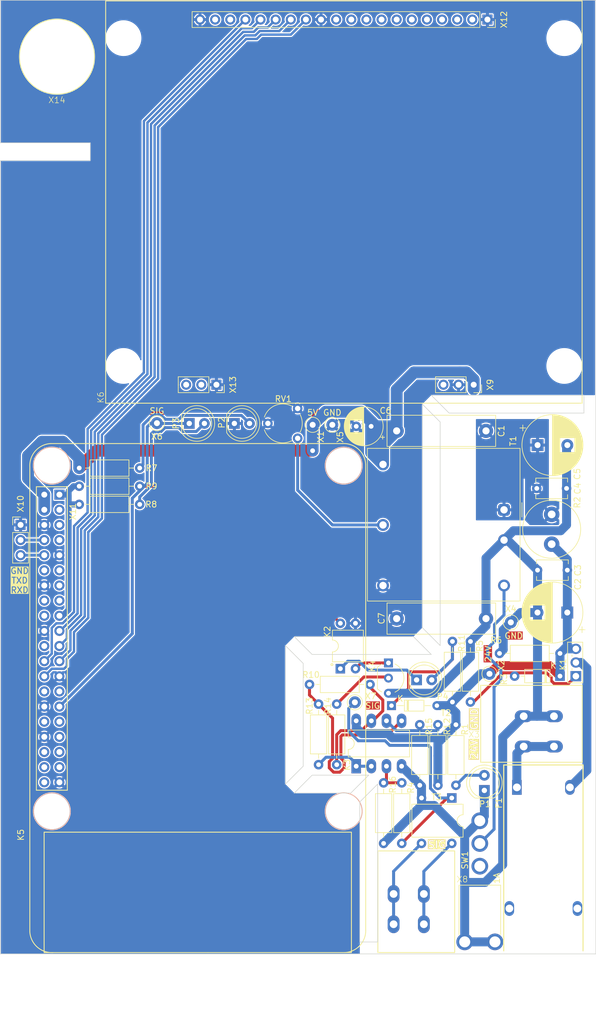
<source format=kicad_pcb>
(kicad_pcb (version 20221018) (generator pcbnew)

  (general
    (thickness 1.6)
  )

  (paper "A4" portrait)
  (title_block
    (title "LoRa-WAN\\nWind Power Control")
    (date "2023-10-20")
    (rev "1.0")
    (company "Hochschule Anhalt | University of Applied Sciences")
    (comment 1 "Power & Signal")
    (comment 2 "Tobias Müller, M.Eng.")
    (comment 3 "Tobias Müller, M.Eng.")
    (comment 4 "Schematic-Design")
    (comment 5 "work in progress")
    (comment 6 "EMW | ES-LAB")
    (comment 7 "DIN 40719-2, DIN EN 60664-1,\\nDIN EN 61010-1")
    (comment 8 "EN")
  )

  (layers
    (0 "F.Cu" signal)
    (31 "B.Cu" signal)
    (32 "B.Adhes" user "B.Adhesive")
    (33 "F.Adhes" user "F.Adhesive")
    (34 "B.Paste" user)
    (35 "F.Paste" user)
    (36 "B.SilkS" user "B.Silkscreen")
    (37 "F.SilkS" user "F.Silkscreen")
    (38 "B.Mask" user)
    (39 "F.Mask" user)
    (40 "Dwgs.User" user "User.Drawings")
    (41 "Cmts.User" user "User.Comments")
    (42 "Eco1.User" user "User.Eco1")
    (43 "Eco2.User" user "User.Eco2")
    (44 "Edge.Cuts" user)
    (45 "Margin" user)
    (46 "B.CrtYd" user "B.Courtyard")
    (47 "F.CrtYd" user "F.Courtyard")
    (48 "B.Fab" user)
    (49 "F.Fab" user)
    (50 "User.1" user)
    (51 "User.2" user)
    (52 "User.3" user)
    (53 "User.4" user)
    (54 "User.5" user)
    (55 "User.6" user)
    (56 "User.7" user)
    (57 "User.8" user)
    (58 "User.9" user)
  )

  (setup
    (pad_to_mask_clearance 0)
    (aux_axis_origin 59.64 219.99)
    (pcbplotparams
      (layerselection 0x00010fc_ffffffff)
      (plot_on_all_layers_selection 0x0000000_00000000)
      (disableapertmacros false)
      (usegerberextensions false)
      (usegerberattributes true)
      (usegerberadvancedattributes true)
      (creategerberjobfile true)
      (dashed_line_dash_ratio 12.000000)
      (dashed_line_gap_ratio 3.000000)
      (svgprecision 4)
      (plotframeref false)
      (viasonmask false)
      (mode 1)
      (useauxorigin false)
      (hpglpennumber 1)
      (hpglpenspeed 20)
      (hpglpendiameter 15.000000)
      (dxfpolygonmode true)
      (dxfimperialunits true)
      (dxfusepcbnewfont true)
      (psnegative false)
      (psa4output false)
      (plotreference true)
      (plotvalue true)
      (plotinvisibletext false)
      (sketchpadsonfab false)
      (subtractmaskfromsilk false)
      (outputformat 1)
      (mirror false)
      (drillshape 0)
      (scaleselection 1)
      (outputdirectory "../Build/")
    )
  )

  (net 0 "")
  (net 1 "Net-(X3-Pin_1)")
  (net 2 "Net-(K1-D)")
  (net 3 "Net-(K1-G)")
  (net 4 "Net-(P4-K)")
  (net 5 "Net-(K4-C)")
  (net 6 "Net-(K4-B)")
  (net 7 "Net-(P1-A)")
  (net 8 "Net-(P2-A)")
  (net 9 "Net-(P3-A)")
  (net 10 "Net-(P4-A)")
  (net 11 "Net-(T3-+)")
  (net 12 "Net-(X8-Pin_2)")
  (net 13 "Net-(X8-Pin_1)")
  (net 14 "Net-(X10-Pin_2)")
  (net 15 "Net-(X10-Pin_3)")
  (net 16 "unconnected-(X11-GPIO2(SDA)-Pad3)")
  (net 17 "unconnected-(X11-GPIO3(SCL)-Pad5)")
  (net 18 "unconnected-(X11-GPIO17-Pad11)")
  (net 19 "unconnected-(X11-GPIO18-Pad12)")
  (net 20 "unconnected-(X11-GPIO27-Pad13)")
  (net 21 "unconnected-(X11-GPIO22-Pad15)")
  (net 22 "unconnected-(X11-GPIO23-Pad16)")
  (net 23 "unconnected-(X11-GPIO24-Pad18)")
  (net 24 "unconnected-(X11-GPIO25-Pad22)")
  (net 25 "unconnected-(X11-GPIO0-Pad27)")
  (net 26 "unconnected-(X11-GPIO1-Pad28)")
  (net 27 "unconnected-(X11-GPIO6-Pad31)")
  (net 28 "unconnected-(X11-GPIO12-Pad32)")
  (net 29 "unconnected-(SW1-Pad1)")
  (net 30 "Net-(T1-VIN+)")
  (net 31 "+5V")
  (net 32 "GND")
  (net 33 "unconnected-(X11-GPIO13-Pad33)")
  (net 34 "CONTROL")
  (net 35 "+24V")
  (net 36 "GNDPWR")
  (net 37 "unconnected-(X11-GPIO19-Pad35)")
  (net 38 "RESET")
  (net 39 "SCLK")
  (net 40 "MISO")
  (net 41 "MOSI")
  (net 42 "CS")
  (net 43 "+3V3")
  (net 44 "SIG")
  (net 45 "unconnected-(X11-GPIO16-Pad36)")
  (net 46 "unconnected-(X11-GPIO26-Pad37)")
  (net 47 "unconnected-(X11-GPIO20-Pad38)")
  (net 48 "unconnected-(X11-GPIO21-Pad40)")
  (net 49 "unconnected-(X9-VDDB-Pad3)")
  (net 50 "unconnected-(X12-NC-Pad2)")
  (net 51 "unconnected-(X12-NC-Pad3)")
  (net 52 "unconnected-(X12-NC-Pad4)")
  (net 53 "unconnected-(X12-NC-Pad5)")
  (net 54 "unconnected-(X12-NC-Pad6)")
  (net 55 "unconnected-(X12-NC-Pad7)")
  (net 56 "unconnected-(X12-NC-Pad8)")
  (net 57 "unconnected-(X12-NC-Pad9)")
  (net 58 "unconnected-(X12-NC-Pad10)")
  (net 59 "unconnected-(X12-NC-Pad11)")
  (net 60 "unconnected-(X12-NC-Pad18)")
  (net 61 "unconnected-(X12-NC-Pad19)")
  (net 62 "unconnected-(X13-NC-Pad2)")
  (net 63 "unconnected-(X13-NC-Pad3)")
  (net 64 "Net-(K3A-+)")
  (net 65 "Net-(K3B-+)")
  (net 66 "Net-(K3-Pad7)")
  (net 67 "Net-(K3B--)")
  (net 68 "Net-(K3A--)")
  (net 69 "Net-(T1-TRIM)")
  (net 70 "unconnected-(X11-GPIO4-Pad7)")

  (footprint "Capacitor_THT:CP_Radial_D10.0mm_P5.00mm" (layer "F.Cu") (at 149.854123 134.62))

  (footprint "Resistor_THT:R_Axial_DIN0207_L6.3mm_D2.5mm_P10.16mm_Horizontal" (layer "F.Cu") (at 135.5594 177.726 90))

  (footprint "Connector_PinSocket_2.54mm:PinSocket_1x20_P2.54mm_Vertical" (layer "F.Cu") (at 141.434651 63.221607 -90))

  (footprint "Resistor_THT:R_Axial_DIN0207_L6.3mm_D2.5mm_P10.16mm_Horizontal" (layer "F.Cu") (at 153.6188 169.5726 180))

  (footprint "LoRa-WindPower-Control:Keystone_5001" (layer "F.Cu") (at 119.1764 177.7768 180))

  (footprint "Capacitor_THT:CP_Radial_D6.3mm_P2.50mm" (layer "F.Cu") (at 121.90818 131.4726 180))

  (footprint "LoRa-WindPower-Control:ZFKDSA 1,5-W-5,08-2" (layer "F.Cu") (at 125.6788 215.0132 90))

  (footprint "Resistor_THT:R_Axial_DIN0207_L6.3mm_D2.5mm_P10.16mm_Horizontal" (layer "F.Cu") (at 124.0024 191.2896 -90))

  (footprint "LoRa-WindPower-Control:Raspberry_Pi_PCB_Mount" (layer "F.Cu") (at 69.5668 142.9348 -90))

  (footprint "LED_THT:LED_D5.0mm_Clear" (layer "F.Cu") (at 98.9442 130.99))

  (footprint "LoRa-WindPower-Control:Keystone_5001" (layer "F.Cu") (at 112.0898 131.2186))

  (footprint "Resistor_THT:R_Axial_DIN0207_L6.3mm_D2.5mm_P10.16mm_Horizontal" (layer "F.Cu") (at 111.5564 174.7796))

  (footprint "LoRa-WindPower-Control:Keystone_5001" (layer "F.Cu") (at 141.7824 173.0016 90))

  (footprint "LoRa-WindPower-Control:Raspberry_Pi_Virtual_PCB_Mount" (layer "F.Cu") (at 69.5668 142.9348 -90))

  (footprint "Package_DIP:DIP-4_W7.62mm" (layer "F.Cu") (at 116.738 172.138 90))

  (footprint "LoRa-WindPower-Control:Converter_DCDC_TRACO_THN30-xxxx_THT" (layer "F.Cu") (at 144.2208 145.4826 -90))

  (footprint "LoRa-WindPower-Control:Antenna-Mount" (layer "F.Cu") (at 69.1638 69.4486))

  (footprint "Resistor_THT:R_Axial_DIN0207_L6.3mm_D2.5mm_P10.16mm_Horizontal" (layer "F.Cu") (at 130.073 181.536 -90))

  (footprint "LoRa-WindPower-Control:Keystone_5001" (layer "F.Cu") (at 145.3638 164.3656 180))

  (footprint "Resistor_THT:R_Axial_DIN0207_L6.3mm_D2.5mm_P10.16mm_Horizontal" (layer "F.Cu") (at 136.1436 181.536 -90))

  (footprint "LED_THT:LED_D5.0mm_Clear" (layer "F.Cu") (at 91.37 130.99))

  (footprint "Resistor_THT:R_Axial_DIN0207_L6.3mm_D2.5mm_P10.16mm_Horizontal" (layer "F.Cu") (at 116.1284 188.2416 90))

  (footprint "Package_TO_SOT_THT:TO-251-3_Vertical" (layer "F.Cu") (at 156.2858 173.3906 90))

  (footprint "Capacitor_THT:C_Rect_L18.0mm_W5.0mm_P15.00mm_FKS3_FKP3" (layer "F.Cu") (at 141.1953 132.2346 180))

  (footprint "Inductor_THT:L_Radial_D9.5mm_P5.00mm_Fastron_07HVP" (layer "F.Cu") (at 152.2218 151.2446 90))

  (footprint "Connector_PinHeader_2.54mm:PinHeader_1x03_P2.54mm_Vertical" (layer "F.Cu") (at 63.0424 148.008))

  (footprint "Capacitor_THT:CP_Radial_D10.0mm_P5.00mm" (layer "F.Cu")
    (tstamp 7bf7b4dc-9d29-4ae1-acc7-f819c30c9cbe)
    (at 154.843477 162.7146 180)
    (descr "CP, Radial series, Radial, pin pitch=5.00mm, , diameter=10mm, Electrolytic Capacitor")
    (tags "CP Radial series Radial pin pitch 5.00mm  diameter 10mm Electrolytic Capacitor")
    (property "Hersteller-Nr." "ESH337M050AH4AA")
    (property "Mouser-Nr." "80-ESH337M050AH4AA")
    (property "Sheetfile" "LoRa-WindPower-Control.kicad_sch")
    (property "Sheetname" "")
    (property "ki_description" "Polarized capacitor")
    (property "ki_keywords" "cap capacitor")
    (path "/ecd9b904-8605-4abe-9da8-a20fd7a62c20")
    (attr through_hole)
    (fp_text reference "C2" (at -1.772523 4.7498 90) (layer "F.SilkS")
        (effects (font (size 1 1) (thickness 0.15)))
      (tstamp 633f906c-96a1-48e8-9361-91c578411cca)
    )
    (fp_text value "330u" (at 2.632323 0 90) (layer "F.Fab")
        (effects (font (size 1 1) (thickness 0.15)))
      (tstamp 0456ca2f-a32f-44e0-b715-89d2058e5e10)
    )
    (fp_text user "${REFERENCE}" (at -1.772523 4.7498 90) (layer "F.Fab")
        (effects (font (size 1 1) (thickness 0.15)))
      (tstamp 001e6e53-0ebe-4548-91d6-a91392dc669f)
    )
    (fp_line (start -2.979646 -2.875) (end -1.979646 -2.875)
      (stroke (width 0.12) (type solid)) (layer "F.SilkS") (tstamp 32777e24-aab6-4470-bee7-72088884e2be))
    (fp_line (start -2.479646 -3.375) (end -2.479646 -2.375)
      (stroke (width 0.12) (type solid)) (layer "F.SilkS") (tstamp 5f9682ea-a622-4e4f-8087-85f8d3d6019a))
    (fp_line (start 2.5 -5.08) (end 2.5 5.08)
      (stroke (width 0.12) (type solid)) (layer "F.SilkS") (tstamp 6a5c272a-2037-45d9-bb1a-aeeafdcc553d))
    (fp_line (start 2.54 -5.08) (end 2.54 5.08)
      (stroke (width 0.12) (type solid)) (layer "F.SilkS") (tstamp 9a8166a1-4c57-44b8-83ac-b6e8c91c6bc2))
    (fp_line (start 2.58 -5.08) (end 2.58 5.08)
      (stroke (width 0.12) (type solid)) (layer "F.SilkS") (tstamp 79e5a2d5-0f4c-4202-bdc3-ea15965e1be9))
    (fp_line (start 2.62 -5.079) (end 2.62 5.079)
      (stroke (width 0.12) (type solid)) (layer "F.SilkS") (tstamp fcabc788-d1e0-4584-89a7-4e4694e96869))
    (fp_line (start 2.66 -5.078) (end 2.66 5.078)
      (stroke (width 0.12) (type solid)) (layer "F.SilkS") (tstamp 137ab531-dde2-4726-8b43-5c1f83dc70fd))
    (fp_line (start 2.7 -5.077) (end 2.7 5.077)
      (stroke (width 0.12) (type solid)) (layer "F.SilkS") (tstamp 247b0982-7e95-423b-a63b-f609103ddb7c))
    (fp_line (start 2.74 -5.075) (end 2.74 5.075)
      (stroke (width 0.12) (type solid)) (layer "F.SilkS") (tstamp 1900cf27-e52f-484a-ad21-cba94a0bc7ba))
    (fp_line (start 2.78 -5.073) (end 2.78 5.073)
      (stroke (width 0.12) (type solid)) (layer "F.SilkS") (tstamp cf450d8a-c5e7-41bc-b6df-7ed3f050c7f5))
    (fp_line (start 2.82 -5.07) (end 2.82 5.07)
      (stroke (width 0.12) (type solid)) (layer "F.SilkS") (tstamp 1c777193-d068-423c-9127-91f178868514))
    (fp_line (start 2.86 -5.068) (end 2.86 5.068)
      (stroke (width 0.12) (type solid)) (layer "F.SilkS") (tstamp 0fd89130-7b6e-4277-87a1-b5ef201f6278))
    (fp_line (start 2.9 -5.065) (end 2.9 5.065)
      (stroke (width 0.12) (type solid)) (layer "F.SilkS") (tstamp 4fc13d75-f462-4017-ab4f-a69dd784dc7a))
    (fp_line (start 2.94 -5.062) (end 2.94 5.062)
      (stroke (width 0.12) (type solid)) (layer "F.SilkS") (tstamp 996fedd4-0702-41fd-89cf-1a32e3375650))
    (fp_line (start 2.98 -5.058) (end 2.98 5.058)
      (stroke (width 0.12) (type solid)) (layer "F.SilkS") (tstamp 773ad6eb-c90f-432e-8055-93fc0aa9a1d9))
    (fp_line (start 3.02 -5.054) (end 3.02 5.054)
      (stroke (width 0.12) (type solid)) (layer "F.SilkS") (tstamp 97a5ba21-7d15-49aa-aeb5-67a45f6a21f0))
    (fp_line (start 3.06 -5.05) (end 3.06 5.05)
      (stroke (width 0.12) (type solid)) (layer "F.SilkS") (tstamp cb4ffcd6-fc36-4b29-b7fd-b983899f141e))
    (fp_line (start 3.1 -5.045) (end 3.1 5.045)
      (stroke (width 0.12) (type solid)) (layer "F.SilkS") (tstamp 9457a018-d3c5-4420-a96f-090caf47ab39))
    (fp_line (start 3.14 -5.04) (end 3.14 5.04)
      (stroke (width 0.12) (type solid)) (layer "F.SilkS") (tstamp 645e46c9-18db-4532-b244-c07a44f16125))
    (fp_line (start 3.18 -5.035) (end 3.18 5.035)
      (stroke (width 0.12) (type solid)) (layer "F.SilkS") (tstamp 5a5e2337-90a2-458a-9d14-491e1b3d6715))
    (fp_line (start 3.221 -5.03) (end 3.221 5.03)
      (stroke (width 0.12) (type solid)) (layer "F.SilkS") (tstamp f8238c33-b310-473c-ac67-f9b39b2764a7))
    (fp_line (start 3.261 -5.024) (end 3.261 5.024)
      (stroke (width 0.12) (type solid)) (layer "F.SilkS") (tstamp 7c25e71f-6a27-49f3-8775-8e2f205cca02))
    (fp_line (start 3.301 -5.018) (end 3.301 5.018)
      (stroke (width 0.12) (type solid)) (layer "F.SilkS") (tstamp 8aa2c145-ef25-442d-b355-27111ee141a4))
    (fp_line (start 3.341 -5.011) (end 3.341 5.011)
      (stroke (width 0.12) (type solid)) (layer "F.SilkS") (tstamp bd8ca802-e033-4208-9197-6876efb8b71d))
    (fp_line (start 3.381 -5.004) (end 3.381 5.004)
      (stroke (width 0.12) (type solid)) (layer "F.SilkS") (tstamp a3ec90b9-1f86-46a2-8f21-f7ebd448f349))
    (fp_line (start 3.421 -4.997) (end 3.421 4.997)
      (stroke (width 0.12) (type solid)) (layer "F.SilkS") (tstamp 6e673634-b674-4f44-9a93-bd734a49cfbe))
    (fp_line (start 3.461 -4.99) (end 3.461 4.99)
      (stroke (width 0.12) (type solid)) (layer "F.SilkS") (tstamp c79e5f78-e1bb-4fb4-9e10-2dfa698c6f0c))
    (fp_line (start 3.501 -4.982) (end 3.501 4.982)
      (stroke (width 0.12) (type solid)) (layer "F.SilkS") (tstamp 962828d7-d72b-4e46-b020-3311826712b8))
    (fp_line (start 3.541 -4.974) (end 3.541 4.974)
      (stroke (width 0.12) (type solid)) (layer "F.SilkS") (tstamp 4637cc74-35aa-484b-8d91-a44beaef9de9))
    (fp_line (start 3.581 -4.965) (end 3.581 4.965)
      (stroke (width 0.12) (type solid)) (layer "F.SilkS") (tstamp f5bbc984-d115-41aa-9d21-91195f88f54a))
    (fp_line (start 3.621 -4.956) (end 3.621 4.956)
      (stroke (width 0.12) (type solid)) (layer "F.SilkS") (tstamp 6f40b6d4-e457-4b9e-9b80-604ffe852ed7))
    (fp_line (start 3.661 -4.947) (end 3.661 4.947)
      (stroke (width 0.12) (type solid)) (layer "F.SilkS") (tstamp 92f52ff5-f3b4-4447-b1a2-c9eefa957bf0))
    (fp_line (start 3.701 -4.938) (end 3.701 4.938)
      (stroke (width 0.12) (type solid)) (layer "F.SilkS") (tstamp fcbb372d-991c-45ab-bdd8-c94dffffdcac))
    (fp_line (start 3.741 -4.928) (end 3.741 4.928)
      (stroke (width 0.12) (type solid)) (layer "F.SilkS") (tstamp 67aee6c1-9d95-401b-b48f-fb51ce27c8b2))
    (fp_line (start 3.781 -4.918) (end 3.781 -1.241)
      (stroke (width 0.12) (type solid)) (layer "F.SilkS") (tstamp 5652788e-161e-4d6e-8123-bebdf6dcd60d))
    (fp_line (start 3.781 1.241) (end 3.781 4.918)
      (stroke (width 0.12) (type solid)) (layer "F.SilkS") (tstamp eb99dc25-e9ad-48f3-ab6e-82c3e46dfc12))
    (fp_line (start 3.821 -4.907) (end 3.821 -1.241)
      (stroke (width 0.12) (type solid)) (layer "F.SilkS") (tstamp 1cdf5cfa-8461-493b-b0df-093b4363db4f))
    (fp_line (start 3.821 1.241) (end 3.821 4.907)
      (stroke (width 0.12) (type solid)) (layer "F.SilkS") (tstamp b1e11a16-626e-4b23-9918-08e0a381bc86))
    (fp_line (start 3.861 -4.897) (end 3.861 -1.241)
      (stroke (width 0.12) (type solid)) (layer "F.SilkS") (tstamp 0e24619a-a2d8-4367-808c-b1967f9df23a))
    (fp_line (start 3.861 1.241) (end 3.861 4.897)
      (stroke (width 0.12) (type solid)) (layer "F.SilkS") (tstamp 5365f01d-04f5-4d36-b287-d89461b076eb))
    (fp_line (start 3.901 -4.885) (end 3.901 -1.241)
      (stroke (width 0.12) (type solid)) (layer "F.SilkS") (tstamp 09e96e0b-d92c-481b-b869-230fa8ecf696))
    (fp_line (start 3.901 1.241) (end 3.901 4.885)
      (stroke (width 0.12) (type solid)) (layer "F.SilkS") (tstamp d028bf34-352b-4ae5-83bd-4933031ce2d3))
    (fp_line (start 3.941 -4.874) (end 3.941 -1.241)
      (stroke (width 0.12) (type solid)) (layer "F.SilkS") (tstamp c0423dcf-a92b-47dc-80ab-3c060c97b410))
    (fp_line (start 3.941 1.241) (end 3.941 4.874)
      (stroke (width 0.12) (type solid)) (layer "F.SilkS") (tstamp beaa136e-425e-4828-b647-07e6fe067c1b))
    (fp_line (start 3.981 -4.862) (end 3.981 -1.241)
      (stroke (width 0.12) (type solid)) (layer "F.SilkS") (tstamp 7fd8ff7a-71fb-4074-b919-e052f2971f9d))
    (fp_line (start 3.981 1.241) (end 3.981 4.862)
      (stroke (width 0.12) (type solid)) (layer "F.SilkS") (tstamp 7b176c40-1fa1-4108-87eb-baca78207a03))
    (fp_line (start 4.021 -4.85) (end 4.021 -1.241)
      (stroke (width 0.12) (type solid)) (layer "F.SilkS") (tstamp 07466636-2394-4196-af76-02ac9079dee8))
    (fp_line (start 4.021 1.241) (end 4.021 4.85)
      (stroke (width 0.12) (type solid)) (layer "F.SilkS") (tstamp edbdba43-13a5-4354-af69-edcb0f35e11e))
    (fp_line (start 4.061 -4.837) (end 4.061 -1.241)
      (stroke (width 0.12) (type solid)) (layer "F.SilkS") (tstamp 195a1bee-4e9e-4471-bd56-7d36fc44e67e))
    (fp_line (start 4.061 1.241) (end 4.061 4.837)
      (stroke (width 0.12) (type solid)) (layer "F.SilkS") (tstamp ad378a0f-e854-497e-993c-752117c252a9))
    (fp_line (start 4.101 -4.824) (end 4.101 -1.241)
      (stroke (width 0.12) (type solid)) (layer "F.SilkS") (tstamp 05a8c81d-ec4f-46f2-97fd-f18568441cc5))
    (fp_line (start 4.101 1.241) (end 4.101 4.824)
      (stroke (width 0.12) (type solid)) (layer "F.SilkS") (tstamp c8b4d9e4-f1fa-4db3-955b-3c4393c4a77c))
    (fp_line (start 4.141 -4.811) (end 4.141 -1.241)
      (stroke (width 0.12) (type solid)) (layer "F.SilkS") (tstamp 1f3eca95-f712-41b4-94ee-3a081f06d124))
    (fp_line (start 4.141 1.241) (end 4.141 4.811)
      (stroke (width 0.12) (type solid)) (layer "F.SilkS") (tstamp bc38058d-31f4-4889-acc2-1f6bca589150))
    (fp_line (start 4.181 -4.797) (end 4.181 -1.241)
      (stroke (width 0.12) (type solid)) (layer "F.SilkS") (tstamp f19f84a0-dfd5-4114-a675-e6830a4c2d9c))
    (fp_line (start 4.181 1.241) (end 4.181 4.797)
      (stroke (width 0.12) (type solid)) (layer "F.SilkS") (tstamp 7e14c175-3a87-4919-8e14-93ffa44d43f5))
    (fp_line (start 4.221 -4.783) (end 4.221 -1.241)
      (stroke (width 0.12) (type solid)) (layer "F.SilkS") (tstamp 143b3235-1d20-4dec-a83f-496e9c2ee6e0))
    (fp_line (start 4.221 1.241) (end 4.221 4.783)
      (stroke (width 0.12) (type solid)) (layer "F.SilkS") (tstamp 4fb35762-36c4-48e2-a67f-30fd81bbcb03))
    (fp_line (start 4.261 -4.768) (end 4.261 -1.241)
      (stroke (width 0.12) (type solid)) (layer "F.SilkS") (tstamp 0a2b06a4-87ce-4519-835e-509181e63fbb))
    (fp_line (start 4.261 1.241) (end 4.261 4.768)
      (stroke (width 0.12) (type solid)) (layer "F.SilkS") (tstamp 48c3088f-ee81-4a15-8193-186706e4956b))
    (fp_line (start 4.301 -4.754) (end 4.301 -1.241)
      (stroke (width 0.12) (type solid)) (layer "F.SilkS") (tstamp 1f27cb92-7b5f-4057-98ca-b24f089a17d7))
    (fp_line (start 4.301 1.241) (end 4.301 4.754)
      (stroke (width 0.12) (type solid)) (layer "F.SilkS") (tstamp c4c798b3-3c4c-4b0e-b070-8621e03823ed))
    (fp_line (start 4.341 -4.738) (end 4.341 -1.241)
      (stroke (width 0.12) (type solid)) (layer "F.SilkS") (tstamp d018233d-5ffb-4028-a362-f19160756759))
    (fp_line (start 4.341 1.241) (end 4.341 4.738)
      (stroke (width 0.12) (type solid)) (layer "F.SilkS") (tstamp 7036d7c8-a622-4960-b9b3-42dd1d0f0597))
    (fp_line (start 4.381 -4.723) (end 4.381 -1.241)
      (stroke (width 0.12) (type solid)) (layer "F.SilkS") (tstamp 2c8d57b8-2300-4bb8-bc69-bfa9469a04d7))
    (fp_line (start 4.381 1.241) (end 4.381 4.723)
      (stroke (width 0.12) (type solid)) (layer "F.SilkS") (tstamp a1784bfa-2edb-4864-acdb-5a7c3313f655))
    (fp_line (start 4.421 -4.707) (end 4.421 -1.241)
      (stroke (width 0.12) (type solid)) (layer "F.SilkS") (tstamp 036a171b-5ec6-4248-94c1-1b541ba75afa))
    (fp_line (start 4.421 1.241) (end 4.421 4.707)
      (stroke (width 0.12) (type solid)) (layer "F.SilkS") (tstamp ad761b82-659f-41ab-b92c-d2e60882f942))
    (fp_line (start 4.461 -4.69) (end 4.461 -1.241)
      (stroke (width 0.12) (type solid)) (layer "F.SilkS") (tstamp 084312cb-f32e-45db-b82b-b358111980c7))
    (fp_line (start 4.461 1.241) (end 4.461 4.69)
      (stroke (width 0.12) (type solid)) (layer "F.SilkS") (tstamp fb3589cb-a587-49d1-9e45-48cc5e344dbf))
    (fp_line (start 4.501 -4.674) (end 4.501 -1.241)
      (stroke (width 0.12) (type solid)) (layer "F.SilkS") (tstamp de5ea0ca-c83a-4cfa-b41e-99554e9fd461))
    (fp_line (start 4.501 1.241) (end 4.501 4.674)
      (stroke (width 0.12) (type solid)) (layer "F.SilkS") (tstamp f3e3072b-dc2b-4b0f-9c93-0d635899c141))
    (fp_line (start 4.541 -4.657) (end 4.541 -1.241)
      (stroke (width 0.12) (type solid)) (layer "F.SilkS") (tstamp 4102b089-fa9d-41fd-ad60-45d0549f0d20))
    (fp_line (start 4.541 1.241) (end 4.541 4.657)
      (stroke (width 0.12) (type solid)) (layer "F.SilkS") (tstamp 3006ede6-c486-4845-b885-0318eac49587))
    (fp_line (start 4.581 -4.639) (end 4.581 -1.241)
      (stroke (width 0.12) (type solid)) (layer "F.SilkS") (tstamp ef3ecee1-6a16-4d69-8b93-1371bf759dcb))
    (fp_line (start 4.581 1.241) (end 4.581 4.639)
      (stroke (width 0.12) (type solid)) (layer "F.SilkS") (tstamp 3d58e90a-3230-49dd-8dae-b33f62f9fa23))
    (fp_line (start 4.621 -4.621) (end 4.621 -1.241)
      (stroke (width 0.12) (type solid)) (layer "F.SilkS") (tstamp 89ed2cbd-0b95-44a4-ab36-41e3ef4c84ac))
    (fp_line (start 4.621 1.241) (end 4.621 4.621)
      (stroke (width 0.12) (type solid)) (layer "F.SilkS") (tstamp df06018b-e96f-40ef-b626-4e6e3cf80ed9))
    (fp_line (start 4.661 -4.603) (end 4.661 -1.241)
      (stroke (width 0.12) (type solid)) (layer "F.SilkS") (tstamp 4fd910b9-ea10-45dc-af9e-a72c622e44e9))
    (fp_line (start 4.661 1.241) (end 4.661 4.603)
      (stroke (width 0.12) (type solid)) (layer "F.SilkS") (tstamp 32ff59a9-9850-44e9-a058-54d535a6bf4c))
    (fp_line (start 4.701 -4.584) (end 4.701 -1.241)
      (stroke (width 0.12) (type solid)) (layer "F.SilkS") (tstamp 7b27793f-8369-44b0-8d9a-ec0bcd4b245e))
    (fp_line (start 4.701 1.241) (end 4.701 4.584)
      (stroke (width 0.12) (type solid)) (layer "F.SilkS") (tstamp 2ba85c15-5d54-4f90-9beb-68eb33dbba1d))
    (fp_line (start 4.741 -4.564) (end 4.741 -1.241)
      (stroke (width 0.12) (type solid)) (layer "F.SilkS") (tstamp 6f3044a8-92bb-475c-92be-a2f80c2a9cfd))
    (fp_line (start 4.741 1.241) (end 4.741 4.564)
      (stroke (width 0.12) (type solid)) (layer "F.SilkS") (tstamp a3c8bfa7-b1c0-44df-9c7b-84f49e810dd9))
    (fp_line (start 4.781 -4.545) (end 4.781 -1.241)
      (stroke (width 0.12) (type solid)) (layer "F.SilkS") (tstamp 22902582-ad8e-497d-a817-4fc209d1379a))
    (fp_line (start 4.781 1.241) (end 4.781 4.545)
      (stroke (width 0.12) (type solid)) (layer "F.SilkS") (tstamp c58b87b4-5069-46e3-a61a-a254dad64803))
    (fp_line (start 4.821 -4.525) (end 4.821 -1.241)
      (stroke (width 0.12) (type solid)) (layer "F.SilkS") (tstamp bb0ce4d9-2e4e-4fa5-aa77-26bca93ce935))
    (fp_line (start 4.821 1.241) (end 4.821 4.525)
      (stroke (width 0.12) (type solid)) (layer "F.SilkS") (tstamp fc0b38df-fb3a-4ebe-b487-8d2a635a7676))
    (fp_line (start 4.861 -4.504) (end 4.861 -1.241)
      (stroke (width 0.12) (type solid)) (layer "F.SilkS") (tstamp a0e34e13-0a11-4226-804c-d343e5778a0d))
    (fp_line (start 4.861 1.241) (end 4.861 4.504)
      (stroke (width 0.12) (type solid)) (layer "F.SilkS") (tstamp 6e9f5191-d26d-45e8-a18a-8b59c980a0a6))
    (fp_line (start 4.901 -4.483) (end 4.901 -1.241)
      (stroke (width 0.12) (type solid)) (layer "F.SilkS") (tstamp 614a231a-901e-4e18-b686-81d1fa2fcbb1))
    (fp_line (start 4.901 1.241) (end 4.901 4.483)
      (stroke (width 0.12) (type solid)) (layer "F.SilkS") (tstamp cc9d31bc-bc45-4576-a05c-ce0c7bd491a7))
    (fp_line (start 4.941 -4.462) (end 4.941 -1.241)
      (stroke (width 0.12) (type solid)) (layer "F.SilkS") (tstamp f8add44d-80a9-4b10-972d-cef4add9b26f))
    (fp_line (start 4.941 1.241) (end 4.941 4.462)
      (stroke (width 0.12) (type solid)) (layer "F.SilkS") (tstamp a079c369-e79f-4cd1-be8f-9d1f22fa22b4))
    (fp_line (start 4.981 -4.44) (end 4.981 -1.241)
      (stroke (width 0.12) (type solid)) (layer "F.SilkS") (tstamp d5f9312a-1136-4750-9c21-22006516b28d))
    (fp_line (start 4.981 1.241) (end 4.981 4.44)
      (stroke (width 0.12) (type solid)) (layer "F.SilkS") (tstamp bafacf99-fbd2-4aa8-b1c8-66e473c0bddd))
    (fp_line (start 5.021 -4.417) (end 5.021 -1.241)
      (stroke (width 0.12) (type solid)) (layer "F.SilkS") (tstamp b6133d44-4245-4195-81d9-674cb4c5bd80))
    (fp_line (start 5.021 1.241) (end 5.021 4.417)
      (stroke (width 0.12) (type solid)) (layer "F.SilkS") (tstamp bca8b05c-6ccd-49d1-abe2-9d256e7f6ab5))
    (fp_line (start 5.061 -4.395) (end 5.061 -1.241)
      (stroke (width 0.12) (type solid)) (layer "F.SilkS") (tstamp a2790ef6-843c-4a8f-a9ef-133da9d5cd3a))
    (fp_line (start 5.061 1.241) (end 5.061 4.395)
      (stroke (width 0.12) (type solid)) (layer "F.SilkS") (tstamp 19288923-c60e-4600-91ba-50cfa57a0a7f))
    (fp_line (start 5.101 -4.371) (end 5.101 -1.241)
      (stroke (width 0.12) (type solid)) (layer "F.SilkS") (tstamp 1794c2d9-3626-4af4-8fe9-6a6fbdb721ff))
    (fp_line (start 5.101 1.241) (end 5.101 4.371)
      (stroke (width 0.12) (type solid)) (layer "F.SilkS") (tstamp b22ab84a-6635-4798-802e-4d0a7edd86ea))
    (fp_line (start 5.141 -4.347) (end 5.141 -1.241)
      (stroke (width 0.12) (type solid)) (layer "F.SilkS") (tstamp b47a8f70-5b11-446c-8b14-2bd92c908cd8))
    (fp_line (start 5.141 1.241) (end 5.141 4.347)
      (stroke (width 0.12) (type solid)) (layer "F.SilkS") (tstamp 40e3c32b-e926-4d3c-b247-07901e11fbe8))
    (fp_line (start 5.181 -4.323) (end 5.181 -1.241)
      (stroke (width 0.12) (type solid)) (layer "F.SilkS") (tstamp 979a2d99-cfca-47c7-8aae-1065dde948ad))
    (fp_line (start 5.181 1.241) (end 5.181 4.323)
      (stroke (width 0.12) (type solid)) (layer "F.SilkS") (tstamp 459d77f3-d5d1-41b4-b534-34712ccc0842))
    (fp_line (start 5.221 -4.298) (end 5.221 -1.241)
      (stroke (width 0.12) (type solid)) (layer "F.SilkS") (tstamp b0d7d9a6-3665-4776-bc36-01252eff6251))
    (fp_line (start 5.221 1.241) (end 5.221 4.298)
      (stroke (width 0.12) (type solid)) (layer "F.SilkS") (tstamp 1b594c14-7e03-4203-ba5b-2a8e5ad500bf))
    (fp_line (start 5.261 -4.273) (end 5.261 -1.241)
      (stroke (width 0.12) (type solid)) (layer "F.SilkS") (tstamp 251f04bc-ef95-4bea-ba38-d89d3c917ebf))
    (fp_line (start 5.261 1.241) (end 5.261 4.273)
      (stroke (width 0.12) (type solid)) (layer "F.SilkS") (tstamp f0303697-f86e-4124-b6a8-00e4a5efbbac))
    (fp_line (start 5.301 -4.247) (end 5.301 -1.241)
      (stroke (width 0.12) (type solid)) (layer "F.SilkS") (tstamp 648080e5-aff8-421a-bf83-7e34b51cecbf))
    (fp_line (start 5.301 1.241) (end 5.301 4.247)
      (stroke (width 0.12) (type solid)) (layer "F.SilkS") (tstamp 74d97309-7126-4acc-9563-e97ab3e6256f))
    (fp_line (start 5.341 -4.221) (end 5.341 -1.241)
      (stroke (width 0.12) (type solid)) (layer "F.SilkS") (tstamp 39db9347-4dba-4ae3-865b-a5cad97dfc4c))
    (fp_line (start 5.341 1.241) (end 5.341 4.221)
      (stroke (width 0.12) (type solid)) (layer "F.SilkS") (tstamp 359168b2-18e1-49d2-bab1-dbdfaea91f64))
    (fp_line (start 5.381 -4.194) (end 5.381 -1.241)
      (stroke (width 0.12) (type solid)) (layer "F.SilkS") (tstamp f3dcec16-a544-4dc8-9dae-f49b21a2ff1c))
    (fp_line (start 5.381 1.241) (end 5.381 4.194)
      (stroke (width 0.12) (type solid)) (layer "F.SilkS") (tstamp b4955461-a356-4bd0-bb89-b9b4cd8a33ff))
    (fp_line (start 5.421 -4.166) (end 5.421 -1.241)
      (stroke (width 0.12) (type solid)) (layer "F.SilkS") (tstamp d53ffe9c-8cad-41f9-957e-aded7e4504a1))
    (fp_line (start 5.421 1.241) (end 5.421 4.166)
      (stroke (width 0.12) (type solid)) (layer "F.SilkS") (tstamp 95d2c4c5-3257-4cf3-8294-200107512a00))
    (fp_line (start 5.461 -4.138) (end 5.461 -1.241)
      (stroke (width 0.12) (type solid)) (layer "F.SilkS") (tstamp 7ecbf0be-4664-4574-9bb2-58878b1f0329))
    (fp_line (start 5.461 1.241) (end 5.461 4.138)
      (stroke (width 0.12) (type solid)) (layer "F.SilkS") (tstamp b4391122-d3a4-4204-bb3d-4474527d34ea))
    (fp_line (start 5.501 -4.11) (end 5.501 -1.241)
      (stroke (width 0.12) (type solid)) (layer "F.SilkS") (tstamp a4de5683-929c-444e-8eed-78582bb835bd))
    (fp_line (start 5.501 1.241) (end 5.501 4.11)
      (stroke (width 0.12) (type solid)) (layer "F.SilkS") (tstamp 66a116d3-6c24-4f5b-ab11-57ed110d4969))
    (fp_line (start 5.541 -4.08) (end 5.541 -1.241)
      (stroke (width 0.12) (type solid)) (layer "F.SilkS
... [427392 chars truncated]
</source>
